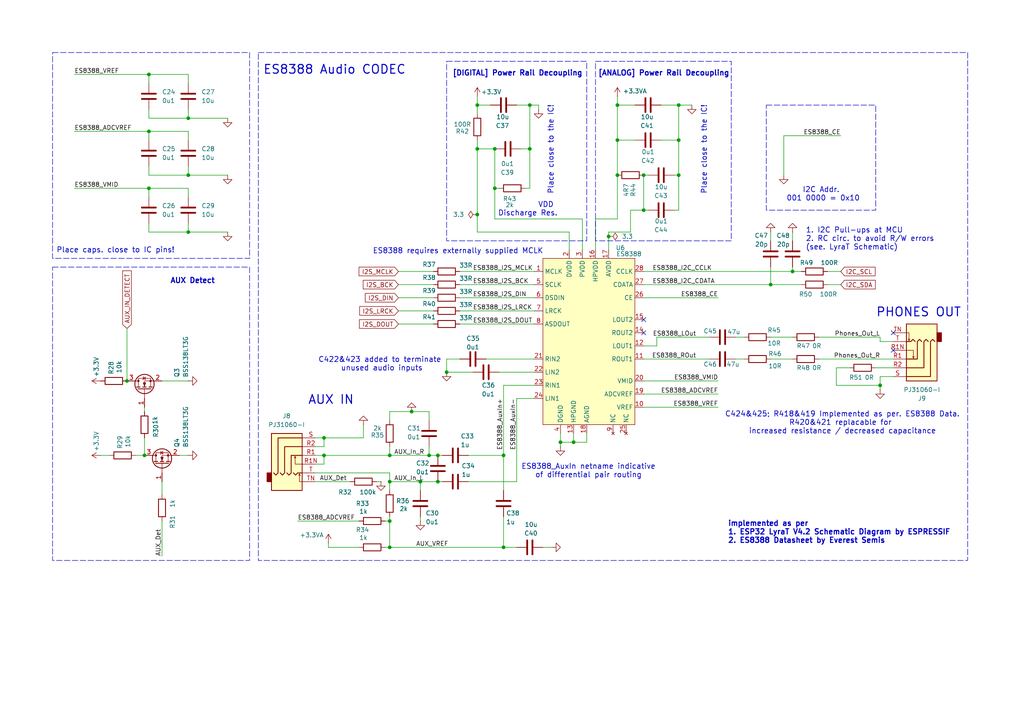
<source format=kicad_sch>
(kicad_sch (version 20231120) (generator "eeschema") (generator_version "8.0")
  (paper "A4")
  (title_block (title "BASM SOUNDCARD DEV V0") (rev "1") (company "BUCHAREST APPLIED STEAM MUSEUM") (comment 1 "Replaced TRS Audio Jack w. TRRS Jacks w. NC contacts") (comment 2 "Added an Aux-Insert circuit") (comment 3 "Connected unused CODEC inputs to GND via caps."))
  (lib_symbols
    (symbol "Connector_Audio:AudioJack4_SwitchTR1"
      (property "Reference" "J" (at 0 11.43 0))
      (property "Value" "AudioJack4_SwitchTR1" (at 0 8.89 0))
      (symbol "AudioJack4_SwitchTR1_0_1"
        (rectangle (start -7.62 -5.08) (end -8.89 -7.62) (stroke (width 0.254)) (fill (type outline)))
        (polyline (pts (xy 1.27 -5.08) (xy 2.54 -5.08)))
        (polyline (pts (xy 1.27 2.54) (xy 2.54 2.54)))
        (polyline (pts (xy 2.54 0) (xy 1.27 0)))
        (polyline (pts (xy 2.54 5.08) (xy 1.27 5.08)))
        (rectangle (start 1.27 6.35) (end -7.62 -10.16) (stroke (width 0.254)) (fill (type background)))
      )
      (symbol "AudioJack4_SwitchTR1_1_1"
        (polyline (pts (xy -0.762 -0.254) (xy -0.508 -0.762)))
        (polyline (pts (xy 0.508 -5.334) (xy 0.762 -5.842)))
        (polyline (pts (xy -1.27 -5.08) (xy -0.635 -5.715) (xy 0 -5.08) (xy 1.27 -5.08)) (stroke (width 0.254)))
        (polyline (pts (xy 2.54 -7.62) (xy 0.508 -7.62) (xy 0.508 -5.334) (xy 0.254 -5.842)))
        (polyline (pts (xy 2.54 -2.54) (xy -0.762 -2.54) (xy -0.762 -0.254) (xy -1.016 -0.762)))
        (polyline (pts (xy -3.175 -5.08) (xy -2.54 -5.715) (xy -1.905 -5.08) (xy -1.905 0) (xy 1.27 0)) (stroke (width 0.254)))
        (polyline (pts (xy 1.27 2.54) (xy -3.81 2.54) (xy -3.81 -5.08) (xy -4.445 -5.715) (xy -5.08 -5.08)) (stroke (width 0.254)))
        (polyline (pts (xy 1.27 5.08) (xy -5.715 5.08) (xy -5.715 -5.08) (xy -6.35 -5.715) (xy -6.985 -5.08)) (stroke (width 0.254)))
        (pin passive line (at 5.08 0 180) (length 2.54) (name "~") (number "R1"))
        (pin passive line (at 5.08 -2.54 180) (length 2.54) (name "~") (number "R1N"))
        (pin passive line (at 5.08 2.54 180) (length 2.54) (name "~") (number "R2"))
        (pin passive line (at 5.08 5.08 180) (length 2.54) (name "~") (number "S"))
        (pin passive line (at 5.08 -5.08 180) (length 2.54) (name "~") (number "T"))
        (pin passive line (at 5.08 -7.62 180) (length 2.54) (name "~") (number "TN"))
      )
    )
    (symbol "Device:C" (pin_numbers hide) (pin_names (offset 0.254))
      (property "Reference" "C" (at 0.635 2.54 0))
      (property "Value" "C" (at 0.635 -2.54 0))
      (symbol "C_0_1"
        (polyline (pts (xy -2.032 -0.762) (xy 2.032 -0.762)) (stroke (width 0.508)))
        (polyline (pts (xy -2.032 0.762) (xy 2.032 0.762)) (stroke (width 0.508)))
      )
      (symbol "C_1_1"
        (pin passive line (at 0 3.81 270) (length 2.794) (name "~") (number "1"))
        (pin passive line (at 0 -3.81 90) (length 2.794) (name "~") (number "2"))
      )
    )
    (symbol "Device:R" (pin_numbers hide) (pin_names (offset 0))
      (property "Reference" "R" (at 2.032 0 90))
      (property "Value" "R" (at 0 0 90))
      (symbol "R_0_1"
        (rectangle (start -1.016 -2.54) (end 1.016 2.54) (stroke (width 0.254)))
      )
      (symbol "R_1_1"
        (pin passive line (at 0 3.81 270) (length 1.27) (name "~") (number "1"))
        (pin passive line (at 0 -3.81 90) (length 1.27) (name "~") (number "2"))
      )
    )
    (symbol "Transistor_FET:DMN2075U" (pin_names hide)
      (property "Reference" "Q" (at 5.08 1.905 0))
      (property "Value" "DMN2075U" (at 5.08 0 0))
      (symbol "DMN2075U_0_1"
        (polyline (pts (xy 0.254 0) (xy -2.54 0)))
        (polyline (pts (xy 0.254 1.905) (xy 0.254 -1.905)) (stroke (width 0.254)))
        (polyline (pts (xy 0.762 -1.27) (xy 0.762 -2.286)) (stroke (width 0.254)))
        (polyline (pts (xy 0.762 0.508) (xy 0.762 -0.508)) (stroke (width 0.254)))
        (polyline (pts (xy 0.762 2.286) (xy 0.762 1.27)) (stroke (width 0.254)))
        (polyline (pts (xy 2.54 2.54) (xy 2.54 1.778)))
        (polyline (pts (xy 2.54 -2.54) (xy 2.54 0) (xy 0.762 0)))
        (polyline (pts (xy 0.762 -1.778) (xy 3.302 -1.778) (xy 3.302 1.778) (xy 0.762 1.778)))
        (polyline (pts (xy 1.016 0) (xy 2.032 0.381) (xy 2.032 -0.381) (xy 1.016 0)) (fill (type outline)))
        (polyline (pts (xy 2.794 0.508) (xy 2.921 0.381) (xy 3.683 0.381) (xy 3.81 0.254)))
        (polyline (pts (xy 3.302 0.381) (xy 2.921 -0.254) (xy 3.683 -0.254) (xy 3.302 0.381)))
        (circle (center 1.651 0) (radius 2.794) (stroke (width 0.254)))
        (circle (center 2.54 -1.778) (radius 0.254) (fill (type outline)))
        (circle (center 2.54 1.778) (radius 0.254) (fill (type outline)))
      )
      (symbol "DMN2075U_1_1"
        (pin input line (at -5.08 0 0) (length 2.54) (name "G") (number "1"))
        (pin passive line (at 2.54 -5.08 90) (length 2.54) (name "S") (number "2"))
        (pin passive line (at 2.54 5.08 270) (length 2.54) (name "D") (number "3"))
      )
    )
    (symbol "everestsemi:ES8388"
      (property "Reference" "U" (at 0 0 0))
      (symbol "ES8388_1_0"
        (pin input line (at 16.51 11.43 180) (length 2.54) (name "CE") (number "26"))
        (pin bidirectional line (at 16.51 15.24 180) (length 2.54) (name "CDATA") (number "27"))
        (pin input line (at 16.51 19.05 180) (length 2.54) (name "CCLK") (number "28"))
      )
      (symbol "ES8388_1_1"
        (rectangle (start -12.7 22.86) (end 13.97 -25.4) (fill (type background)))
        (pin input line (at -15.24 19.05 0) (length 2.54) (name "MCLK") (number "1"))
        (pin output line (at 16.51 -20.32 180) (length 2.54) (name "VREF") (number "10"))
        (pin output line (at 16.51 -6.35 180) (length 2.54) (name "ROUT1") (number "11"))
        (pin output line (at 16.51 -2.54 180) (length 2.54) (name "LOUT1") (number "12"))
        (pin power_in line (at -3.81 -27.94 90) (length 2.54) (name "HPGND") (number "13"))
        (pin output line (at 16.51 1.27 180) (length 2.54) (name "ROUT2") (number "14"))
        (pin output line (at 16.51 5.08 180) (length 2.54) (name "LOUT2") (number "15"))
        (pin power_in line (at 2.54 25.4 270) (length 2.54) (name "HPVDD") (number "16"))
        (pin power_in line (at 6.35 25.4 270) (length 2.54) (name "AVDD") (number "17"))
        (pin power_in line (at 0 -27.94 90) (length 2.54) (name "AGND") (number "18"))
        (pin output line (at 16.51 -16.51 180) (length 2.54) (name "ADCVREF") (number "19"))
        (pin power_in line (at -5.08 25.4 270) (length 2.54) (name "DVDD") (number "2"))
        (pin output line (at 16.51 -12.7 180) (length 2.54) (name "VMID") (number "20"))
        (pin input line (at -15.24 -6.35 0) (length 2.54) (name "RIN2") (number "21"))
        (pin input line (at -15.24 -10.16 0) (length 2.54) (name "LIN2") (number "22"))
        (pin input line (at -15.24 -13.97 0) (length 2.54) (name "RIN1") (number "23"))
        (pin input line (at -15.24 -17.78 0) (length 2.54) (name "LIN1") (number "24"))
        (pin no_connect line (at 11.43 -27.94 90) (length 2.54) (name "NC") (number "25"))
        (pin power_in line (at -1.27 25.4 270) (length 2.54) (name "PVDD") (number "3"))
        (pin power_in line (at -7.62 -27.94 90) (length 2.54) (name "DGND") (number "4"))
        (pin bidirectional line (at -15.24 15.24 0) (length 2.54) (name "SCLK") (number "5"))
        (pin input line (at -15.24 11.43 0) (length 2.54) (name "DSDIN") (number "6"))
        (pin bidirectional line (at -15.24 7.62 0) (length 2.54) (name "LRCK") (number "7"))
        (pin output line (at -15.24 3.81 0) (length 2.54) (name "ASDOUT") (number "8"))
        (pin no_connect line (at 7.62 -27.94 90) (length 2.54) (name "NC") (number "9"))
      )
    )
    (symbol "power:+3.3V" (power) (pin_numbers hide) (pin_names (offset 0) hide)
      (property "Value" "+3.3V" (at 0 3.556 0))
      (symbol "+3.3V_0_1"
        (polyline (pts (xy -0.762 1.27) (xy 0 2.54)))
        (polyline (pts (xy 0 0) (xy 0 2.54)))
        (polyline (pts (xy 0 2.54) (xy 0.762 1.27)))
      )
      (symbol "+3.3V_1_1"
        (pin power_in line (at 0 0 90) (length 0) (name "~") (number "1"))
      )
    )
    (symbol "power:+3.3VA" (power) (pin_numbers hide) (pin_names (offset 0) hide)
      (property "Value" "+3.3VA" (at 0 3.556 0))
      (symbol "+3.3VA_0_1"
        (polyline (pts (xy -0.762 1.27) (xy 0 2.54)))
        (polyline (pts (xy 0 0) (xy 0 2.54)))
        (polyline (pts (xy 0 2.54) (xy 0.762 1.27)))
      )
      (symbol "+3.3VA_1_1"
        (pin power_in line (at 0 0 90) (length 0) (name "~") (number "1"))
      )
    )
    (symbol "power:GND" (power) (pin_numbers hide) (pin_names (offset 0) hide)
      (property "Value" "GND" (at 0 -3.81 0))
      (symbol "GND_0_1"
        (polyline (pts (xy 0 0) (xy 0 -1.27) (xy 1.27 -1.27) (xy 0 -2.54) (xy -1.27 -1.27) (xy 0 -1.27)))
      )
      (symbol "GND_1_1"
        (pin power_in line (at 0 0 270) (length 0) (name "~") (number "1"))
      )
    )
    (symbol "power:PWR_FLAG" (power) (pin_numbers hide) (pin_names (offset 0) hide)
      (property "Value" "PWR_FLAG" (at 0 3.81 0))
      (symbol "PWR_FLAG_0_0"
        (pin power_out line (at 0 0 90) (length 0) (name "~") (number "1"))
      )
      (symbol "PWR_FLAG_0_1"
        (polyline (pts (xy 0 0) (xy 0 1.27) (xy -1.016 1.905) (xy 0 2.54) (xy 1.016 1.905) (xy 0 1.27)))
      )
    )
  )
  (junction (at 138.43 30.48))
  (junction (at 129.54 107.95))
  (junction (at 176.53 68.58))
  (junction (at 186.69 60.96))
  (junction (at 113.03 132.08))
  (junction (at 54.61 67.31))
  (junction (at 179.07 30.48))
  (junction (at 93.98 127))
  (junction (at 36.83 110.49))
  (junction (at 119.38 119.38))
  (junction (at 54.61 50.8))
  (junction (at 113.03 158.75))
  (junction (at 179.07 40.64))
  (junction (at 162.56 128.27))
  (junction (at 146.05 132.08))
  (junction (at 143.51 54.61))
  (junction (at 255.27 111.76))
  (junction (at 43.18 21.59))
  (junction (at 127 132.08))
  (junction (at 196.85 40.64))
  (junction (at 121.92 139.7))
  (junction (at 127 139.7))
  (junction (at 166.37 128.27))
  (junction (at 153.67 43.18))
  (junction (at 153.67 30.48))
  (junction (at 196.85 30.48))
  (junction (at 113.03 139.7))
  (junction (at 223.52 82.55))
  (junction (at 196.85 50.8))
  (junction (at 138.43 43.18))
  (junction (at 143.51 43.18))
  (junction (at 43.18 54.61))
  (junction (at 124.46 132.08))
  (junction (at 113.03 151.13))
  (junction (at 54.61 34.29))
  (junction (at 146.05 158.75))
  (junction (at 43.18 38.1))
  (junction (at 179.07 50.8))
  (junction (at 186.69 50.8))
  (junction (at 229.87 78.74))
  (junction (at 93.98 132.08))
  (junction (at 138.43 62.23))
  (junction (at 41.91 132.08))
  (no_connect (at 259.08 96.52))
  (no_connect (at 186.69 92.71))
  (no_connect (at 259.08 101.6))
  (no_connect (at 186.69 96.52))
  (wire (pts (xy 43.18 54.61) (xy 43.18 57.15)))
  (wire (pts (xy 129.54 104.14) (xy 129.54 107.95)))
  (wire (pts (xy 115.57 93.98) (xy 125.73 93.98)))
  (wire (pts (xy 153.67 30.48) (xy 153.67 43.18)))
  (wire (pts (xy 146.05 149.86) (xy 146.05 158.75)))
  (wire (pts (xy 186.69 60.96) (xy 186.69 50.8)))
  (wire (pts (xy 133.35 82.55) (xy 154.94 82.55)))
  (wire (pts (xy 113.03 129.54) (xy 113.03 132.08)))
  (wire (pts (xy 138.43 62.23) (xy 138.43 43.18)))
  (wire (pts (xy 227.33 39.37) (xy 227.33 50.8)))
  (wire (pts (xy 115.57 86.36) (xy 125.73 86.36)))
  (wire (pts (xy 43.18 50.8) (xy 54.61 50.8)))
  (wire (pts (xy 52.07 132.08) (xy 54.61 132.08)))
  (wire (pts (xy 146.05 132.08) (xy 146.05 142.24)))
  (wire (pts (xy 182.88 67.31) (xy 182.88 60.96)))
  (wire (pts (xy 124.46 132.08) (xy 127 132.08)))
  (wire (pts (xy 113.03 119.38) (xy 119.38 119.38)))
  (wire (pts (xy 86.36 151.13) (xy 104.14 151.13)))
  (wire (pts (xy 115.57 78.74) (xy 125.73 78.74)))
  (wire (pts (xy 91.44 134.62) (xy 93.98 134.62)))
  (wire (pts (xy 54.61 48.26) (xy 54.61 50.8)))
  (wire (pts (xy 255.27 111.76) (xy 255.27 109.22)))
  (wire (pts (xy 138.43 43.18) (xy 138.43 40.64)))
  (wire (pts (xy 43.18 64.77) (xy 43.18 67.31)))
  (wire (pts (xy 170.18 128.27) (xy 166.37 128.27)))
  (wire (pts (xy 168.91 72.39) (xy 168.91 63.5)))
  (wire (pts (xy 143.51 54.61) (xy 144.78 54.61)))
  (wire (pts (xy 39.37 132.08) (xy 41.91 132.08)))
  (wire (pts (xy 115.57 90.17) (xy 125.73 90.17)))
  (wire (pts (xy 223.52 77.47) (xy 223.52 82.55)))
  (wire (pts (xy 227.33 39.37) (xy 243.84 39.37)))
  (wire (pts (xy 91.44 129.54) (xy 93.98 129.54)))
  (wire (pts (xy 186.69 60.96) (xy 187.96 60.96)))
  (wire (pts (xy 111.76 158.75) (xy 113.03 158.75)))
  (wire (pts (xy 133.35 93.98) (xy 154.94 93.98)))
  (wire (pts (xy 54.61 64.77) (xy 54.61 67.31)))
  (wire (pts (xy 149.86 115.57) (xy 149.86 139.7)))
  (wire (pts (xy 190.5 97.79) (xy 190.5 100.33)))
  (wire (pts (xy 43.18 21.59) (xy 43.18 24.13)))
  (wire (pts (xy 254 106.68) (xy 259.08 106.68)))
  (wire (pts (xy 242.57 111.76) (xy 255.27 111.76)))
  (wire (pts (xy 135.89 132.08) (xy 146.05 132.08)))
  (wire (pts (xy 243.84 82.55) (xy 240.03 82.55)))
  (wire (pts (xy 165.1 72.39) (xy 165.1 67.31)))
  (wire (pts (xy 119.38 119.38) (xy 124.46 119.38)))
  (wire (pts (xy 113.03 137.16) (xy 113.03 139.7)))
  (wire (pts (xy 124.46 129.54) (xy 124.46 132.08)))
  (wire (pts (xy 153.67 30.48) (xy 156.21 30.48)))
  (wire (pts (xy 144.78 107.95) (xy 154.94 107.95)))
  (wire (pts (xy 91.44 127) (xy 93.98 127)))
  (wire (pts (xy 95.25 158.75) (xy 104.14 158.75)))
  (wire (pts (xy 43.18 48.26) (xy 43.18 50.8)))
  (wire (pts (xy 195.58 60.96) (xy 196.85 60.96)))
  (wire (pts (xy 186.69 114.3) (xy 208.28 114.3)))
  (wire (pts (xy 43.18 21.59) (xy 21.59 21.59)))
  (wire (pts (xy 152.4 54.61) (xy 153.67 54.61)))
  (wire (pts (xy 41.91 118.11) (xy 41.91 119.38)))
  (wire (pts (xy 43.18 38.1) (xy 43.18 40.64)))
  (wire (pts (xy 196.85 50.8) (xy 196.85 40.64)))
  (wire (pts (xy 237.49 97.79) (xy 255.27 97.79)))
  (wire (pts (xy 110.49 139.7) (xy 109.22 139.7)))
  (wire (pts (xy 255.27 113.03) (xy 255.27 111.76)))
  (wire (pts (xy 133.35 78.74) (xy 154.94 78.74)))
  (wire (pts (xy 146.05 111.76) (xy 154.94 111.76)))
  (wire (pts (xy 232.41 78.74) (xy 229.87 78.74)))
  (wire (pts (xy 113.03 132.08) (xy 124.46 132.08)))
  (wire (pts (xy 54.61 50.8) (xy 66.04 50.8)))
  (wire (pts (xy 186.69 118.11) (xy 208.28 118.11)))
  (wire (pts (xy 191.77 40.64) (xy 196.85 40.64)))
  (wire (pts (xy 113.03 151.13) (xy 113.03 158.75)))
  (wire (pts (xy 186.69 78.74) (xy 229.87 78.74)))
  (wire (pts (xy 232.41 82.55) (xy 223.52 82.55)))
  (wire (pts (xy 229.87 67.31) (xy 229.87 69.85)))
  (wire (pts (xy 229.87 77.47) (xy 229.87 78.74)))
  (wire (pts (xy 186.69 104.14) (xy 205.74 104.14)))
  (wire (pts (xy 190.5 97.79) (xy 205.74 97.79)))
  (wire (pts (xy 43.18 67.31) (xy 54.61 67.31)))
  (wire (pts (xy 255.27 99.06) (xy 259.08 99.06)))
  (wire (pts (xy 186.69 110.49) (xy 208.28 110.49)))
  (wire (pts (xy 113.03 121.92) (xy 113.03 119.38)))
  (wire (pts (xy 195.58 50.8) (xy 196.85 50.8)))
  (wire (pts (xy 146.05 158.75) (xy 113.03 158.75)))
  (wire (pts (xy 54.61 110.49) (xy 46.99 110.49)))
  (wire (pts (xy 149.86 139.7) (xy 135.89 139.7)))
  (wire (pts (xy 133.35 86.36) (xy 154.94 86.36)))
  (wire (pts (xy 54.61 24.13) (xy 54.61 21.59)))
  (wire (pts (xy 179.07 40.64) (xy 179.07 30.48)))
  (wire (pts (xy 46.99 143.51) (xy 46.99 139.7)))
  (wire (pts (xy 115.57 82.55) (xy 125.73 82.55)))
  (wire (pts (xy 140.97 104.14) (xy 154.94 104.14)))
  (wire (pts (xy 166.37 125.73) (xy 166.37 128.27)))
  (wire (pts (xy 213.36 104.14) (xy 215.9 104.14)))
  (wire (pts (xy 138.43 33.02) (xy 138.43 30.48)))
  (wire (pts (xy 29.21 132.08) (xy 31.75 132.08)))
  (wire (pts (xy 172.72 63.5) (xy 179.07 63.5)))
  (wire (pts (xy 172.72 63.5) (xy 172.72 72.39)))
  (wire (pts (xy 129.54 104.14) (xy 133.35 104.14)))
  (wire (pts (xy 113.03 149.86) (xy 113.03 151.13)))
  (wire (pts (xy 54.61 67.31) (xy 66.04 67.31)))
  (wire (pts (xy 146.05 111.76) (xy 146.05 132.08)))
  (wire (pts (xy 36.83 95.25) (xy 36.83 110.49)))
  (wire (pts (xy 143.51 54.61) (xy 143.51 43.18)))
  (wire (pts (xy 43.18 31.75) (xy 43.18 34.29)))
  (wire (pts (xy 196.85 40.64) (xy 196.85 30.48)))
  (wire (pts (xy 156.21 30.48) (xy 156.21 31.75)))
  (wire (pts (xy 168.91 63.5) (xy 143.51 63.5)))
  (wire (pts (xy 105.41 127) (xy 105.41 123.19)))
  (wire (pts (xy 149.86 158.75) (xy 146.05 158.75)))
  (wire (pts (xy 153.67 43.18) (xy 151.13 43.18)))
  (wire (pts (xy 223.52 104.14) (xy 229.87 104.14)))
  (wire (pts (xy 179.07 50.8) (xy 179.07 40.64)))
  (wire (pts (xy 113.03 151.13) (xy 111.76 151.13)))
  (wire (pts (xy 186.69 82.55) (xy 223.52 82.55)))
  (wire (pts (xy 153.67 54.61) (xy 153.67 43.18)))
  (wire (pts (xy 138.43 67.31) (xy 138.43 62.23)))
  (wire (pts (xy 121.92 139.7) (xy 127 139.7)))
  (wire (pts (xy 162.56 128.27) (xy 162.56 129.54)))
  (wire (pts (xy 91.44 137.16) (xy 113.03 137.16)))
  (wire (pts (xy 54.61 40.64) (xy 54.61 38.1)))
  (wire (pts (xy 196.85 60.96) (xy 196.85 50.8)))
  (wire (pts (xy 223.52 69.85) (xy 223.52 67.31)))
  (wire (pts (xy 129.54 107.95) (xy 137.16 107.95)))
  (wire (pts (xy 54.61 57.15) (xy 54.61 54.61)))
  (wire (pts (xy 191.77 30.48) (xy 196.85 30.48)))
  (wire (pts (xy 54.61 38.1) (xy 43.18 38.1)))
  (wire (pts (xy 242.57 106.68) (xy 242.57 111.76)))
  (wire (pts (xy 213.36 97.79) (xy 215.9 97.79)))
  (wire (pts (xy 182.88 60.96) (xy 186.69 60.96)))
  (wire (pts (xy 243.84 78.74) (xy 240.03 78.74)))
  (wire (pts (xy 93.98 127) (xy 105.41 127)))
  (wire (pts (xy 121.92 149.86) (xy 121.92 151.13)))
  (wire (pts (xy 166.37 128.27) (xy 162.56 128.27)))
  (wire (pts (xy 246.38 106.68) (xy 242.57 106.68)))
  (wire (pts (xy 54.61 34.29) (xy 66.04 34.29)))
  (wire (pts (xy 179.07 63.5) (xy 179.07 50.8)))
  (wire (pts (xy 179.07 27.94) (xy 179.07 30.48)))
  (wire (pts (xy 179.07 40.64) (xy 184.15 40.64)))
  (wire (pts (xy 255.27 97.79) (xy 255.27 99.06)))
  (wire (pts (xy 138.43 43.18) (xy 143.51 43.18)))
  (wire (pts (xy 223.52 97.79) (xy 229.87 97.79)))
  (wire (pts (xy 186.69 50.8) (xy 187.96 50.8)))
  (wire (pts (xy 162.56 125.73) (xy 162.56 128.27)))
  (wire (pts (xy 176.53 72.39) (xy 176.53 68.58)))
  (wire (pts (xy 43.18 34.29) (xy 54.61 34.29)))
  (wire (pts (xy 93.98 132.08) (xy 113.03 132.08)))
  (wire (pts (xy 113.03 142.24) (xy 113.03 139.7)))
  (wire (pts (xy 127 132.08) (xy 128.27 132.08)))
  (wire (pts (xy 91.44 132.08) (xy 93.98 132.08)))
  (wire (pts (xy 186.69 86.36) (xy 208.28 86.36)))
  (wire (pts (xy 138.43 30.48) (xy 142.24 30.48)))
  (wire (pts (xy 170.18 125.73) (xy 170.18 128.27)))
  (wire (pts (xy 196.85 30.48) (xy 200.66 30.48)))
  (wire (pts (xy 54.61 31.75) (xy 54.61 34.29)))
  (wire (pts (xy 149.86 30.48) (xy 153.67 30.48)))
  (wire (pts (xy 95.25 157.48) (xy 95.25 158.75)))
  (wire (pts (xy 190.5 100.33) (xy 186.69 100.33)))
  (wire (pts (xy 128.27 139.7) (xy 127 139.7)))
  (wire (pts (xy 91.44 139.7) (xy 101.6 139.7)))
  (wire (pts (xy 165.1 67.31) (xy 138.43 67.31)))
  (wire (pts (xy 93.98 127) (xy 93.98 129.54)))
  (wire (pts (xy 179.07 30.48) (xy 184.15 30.48)))
  (wire (pts (xy 255.27 109.22) (xy 259.08 109.22)))
  (wire (pts (xy 46.99 161.29) (xy 46.99 151.13)))
  (wire (pts (xy 138.43 27.94) (xy 138.43 30.48)))
  (wire (pts (xy 54.61 54.61) (xy 43.18 54.61)))
  (wire (pts (xy 176.53 67.31) (xy 182.88 67.31)))
  (wire (pts (xy 237.49 104.14) (xy 259.08 104.14)))
  (wire (pts (xy 41.91 132.08) (xy 41.91 127)))
  (wire (pts (xy 133.35 90.17) (xy 154.94 90.17)))
  (wire (pts (xy 143.51 63.5) (xy 143.51 54.61)))
  (wire (pts (xy 43.18 38.1) (xy 21.59 38.1)))
  (wire (pts (xy 124.46 119.38) (xy 124.46 121.92)))
  (wire (pts (xy 43.18 54.61) (xy 21.59 54.61)))
  (wire (pts (xy 157.48 158.75) (xy 160.02 158.75)))
  (wire (pts (xy 176.53 68.58) (xy 176.53 67.31)))
  (wire (pts (xy 149.86 115.57) (xy 154.94 115.57)))
  (wire (pts (xy 54.61 21.59) (xy 43.18 21.59)))
  (wire (pts (xy 93.98 132.08) (xy 93.98 134.62)))
  (wire (pts (xy 121.92 139.7) (xy 121.92 142.24)))
  (wire (pts (xy 113.03 139.7) (xy 121.92 139.7)))
  (rectangle (start 74.93 15.24) (end 280.67 162.56) (stroke (width 0) (type dash)))
  (rectangle (start 15.24 77.47) (end 72.39 162.56) (stroke (width 0) (type dash)))
  (rectangle (start 129.54 17.78) (end 170.18 69.85) (stroke (width 0) (type dash)))
  (rectangle (start 172.72 17.78) (end 212.09 69.85) (stroke (width 0) (type dash)))
  (rectangle (start 222.25 30.48) (end 254 60.96) (stroke (width 0) (type dash)))
  (rectangle (start 15.24 15.24) (end 72.39 74.93) (stroke (width 0) (type dash)))
  (text "1. I2C Pull-ups at MCU\n2. RC circ. to avoid R/W errors \n(see. LyraT Schematic)\n" (at 233.68 69.342 0) (effects (font (size 1.524 1.524) (thickness 0.1905)) (justify left)))
  (text "ES8388 Audio CODEC" (at 97.028 20.32 0) (effects (font (size 2.54 2.54) (thickness 0.3048) (bold yes))))
  (text "ES8388 requires externally supplied MCLK" (at 132.842 72.898 0) (effects (font (size 1.524 1.524) (thickness 0.1905))))
  (text "Place caps. close to IC pins!" (at 33.528 72.644 0) (effects (font (size 1.524 1.524) (thickness 0.1905))))
  (text "Place close to the IC!" (at 204.216 43.434 90) (effects (font (size 1.524 1.524) (thickness 0.1905))))
  (text "ES8388_AuxIn netname indicative\nof differential pair routing" (at 170.688 136.652 0) (effects (font (size 1.524 1.524) (thickness 0.1905))))
  (text "[ANALOG] Power Rail Decoupling" (at 192.532 21.336 0) (effects (font (size 1.524 1.524) (thickness 0.3048) (bold yes))))
  (text "[DIGITAL] Power Rail Decoupling" (at 150.114 21.336 0) (effects (font (size 1.524 1.524) (thickness 0.3048) (bold yes))))
  (text "PHONES OUT" (at 266.446 90.678 0) (effects (font (size 2.54 2.54) (thickness 0.3048) (bold yes))))
  (text "AUX IN" (at 96.012 116.078 0) (effects (font (size 2.54 2.54) (thickness 0.3048) (bold yes))))
  (text "C422&423 added to terminate \nunused audio inputs" (at 110.744 105.664 0) (effects (font (size 1.524 1.524) (thickness 0.1905))))
  (text "implemented as per \n1. ESP32 LyraT V4.2 Schematic Diagram by ESPRESSIF\n2. ES8388 Datasheet by Everest Semis" (at 211.074 154.432 0) (effects (font (size 1.524 1.524) (thickness 0.3048) (bold yes)) (justify left)))
  (text "AUX Detect" (at 55.88 81.534 0) (effects (font (size 1.524 1.524) (thickness 0.3048) (bold yes))))
  (text "VDD \nDischarge Res." (at 161.798 60.706 0) (effects (font (size 1.524 1.524) (thickness 0.1905)) (justify right)))
  (text "C424&425; R418&419 Implemented as per. ES8388 Data.\nR420&421 replacable for \nincreased resistance / decreased capacitance" (at 244.348 122.682 0) (effects (font (size 1.524 1.524) (thickness 0.1905))))
  (text "Place close to the IC!" (at 159.766 43.434 90) (effects (font (size 1.524 1.524) (thickness 0.1905))))
  (text "I2C Addr. \n001 0000 = 0x10" (at 238.76 56.388 0) (effects (font (size 1.524 1.524) (thickness 0.1905))))
  (label "ES8388_I2S_LRCK" (at 137.16 90.17 0))
  (label "Phones_Out_L" (at 255.27 97.79 180))
  (label "ES8388_AuxIn+" (at 146.05 115.57 270))
  (label "ES8388_ADCVREF" (at 21.59 38.1 0))
  (label "ES8388_CE" (at 243.84 39.37 180))
  (label "ES8388_ADCVREF" (at 208.28 114.3 180))
  (label "ES8388_I2C_CCLK" (at 189.23 78.74 0))
  (label "Phones_Out_R" (at 255.27 104.14 180))
  (label "ES8388_VREF" (at 21.59 21.59 0))
  (label "ES8388_I2S_DOUT" (at 137.16 93.98 0))
  (label "ES8388_AuxIn-" (at 149.86 115.57 270))
  (label "ES8388_VMID" (at 208.28 110.49 180))
  (label "AUX_In_L" (at 114.3 139.7 0))
  (label "ES8388_ROut" (at 201.93 104.14 180))
  (label "AUX_Det" (at 46.99 161.29 90))
  (label "ES8388_CE" (at 208.28 86.36 180))
  (label "AUX_VREF" (at 120.65 158.75 0))
  (label "AUX_Det" (at 92.71 139.7 0))
  (label "ES8388_ADCVREF" (at 86.36 151.13 0))
  (label "AUX_In_R" (at 114.3 132.08 0))
  (label "ES8388_I2S_BCK" (at 137.16 82.55 0))
  (label "ES8388_VMID" (at 21.59 54.61 0))
  (label "ES8388_I2S_MCLK" (at 137.16 78.74 0))
  (label "ES8388_LOut" (at 201.93 97.79 180))
  (label "ES8388_I2C_CDATA" (at 189.23 82.55 0))
  (label "ES8388_VREF" (at 208.28 118.11 180))
  (label "ES8388_I2S_DIN" (at 137.16 86.36 0))
  (global_label "AUX_IN_DETECT" (shape input) (at 36.83 95.25 90) (property "Intersheetrefs" "${INTERSHEET_REFS}" (effects (hide yes))))
  (global_label "I2S_MCLK" (shape input) (at 115.57 78.74 180) (property "Intersheetrefs" "${INTERSHEET_REFS}" (effects (hide yes))))
  (global_label "I2C_SCL" (shape input) (at 243.84 78.74 0) (property "Intersheetrefs" "${INTERSHEET_REFS}" (effects (hide yes))))
  (global_label "I2C_SDA" (shape input) (at 243.84 82.55 0) (property "Intersheetrefs" "${INTERSHEET_REFS}" (effects (hide yes))))
  (global_label "I2S_DIN" (shape input) (at 115.57 86.36 180) (property "Intersheetrefs" "${INTERSHEET_REFS}" (effects (hide yes))))
  (global_label "I2S_DOUT" (shape input) (at 115.57 93.98 180) (property "Intersheetrefs" "${INTERSHEET_REFS}" (effects (hide yes))))
  (global_label "I2S_BCK" (shape input) (at 115.57 82.55 180) (property "Intersheetrefs" "${INTERSHEET_REFS}" (effects (hide yes))))
  (global_label "I2S_LRCK" (shape input) (at 115.57 90.17 180) (property "Intersheetrefs" "${INTERSHEET_REFS}" (effects (hide yes))))
  (symbol (lib_id "Device:C") (at 127 135.89 0) (unit 1)
    (property "Reference" "C32" (at 120.65 134.366 0) (effects (justify left)))
    (property "Value" "0u1" (at 120.65 136.906 0) (effects (justify left)))
    (property "Footprint" "Capacitor_SMD:C_0402_1005Metric" (effects (hide yes)))
    (property "Description" "Unpolarized capacitor" (effects (hide yes)))
  )
  (symbol (lib_id "Device:C") (at 54.61 44.45 0) (unit 1)
    (property "Reference" "C28" (at 58.42 43.1799 0) (effects (justify left)))
    (property "Value" "10u" (at 58.42 45.7199 0) (effects (justify left)))
    (property "Footprint" "Capacitor_SMD:C_0603_1608Metric" (effects (hide yes)))
    (property "Description" "Unpolarized capacitor" (effects (hide yes)))
  )
  (symbol (lib_id "power:+3.3V") (at 138.43 27.94 0) (unit 1)
    (property "Reference" "#PWR087" (effects (hide yes)))
    (property "Value" "+3.3V" (at 142.494 26.67 0))
    (property "Description" "Power symbol creates a global label with name \"+3.3V\"" (effects (hide yes)))
  )
  (symbol (lib_id "Device:R") (at 129.54 78.74 90) (unit 1)
    (property "Reference" "R37" (at 124.46 76.708 90))
    (property "Value" "33R" (at 135.128 76.962 90))
    (property "Footprint" "Resistor_SMD:R_0402_1005Metric" (effects (hide yes)))
    (property "Description" "Resistor" (effects (hide yes)))
  )
  (symbol (lib_id "Device:C") (at 124.46 125.73 0) (unit 1)
    (property "Reference" "C31" (at 118.11 124.206 0) (effects (justify left)))
    (property "Value" "0u1" (at 118.11 126.746 0) (effects (justify left)))
    (property "Footprint" "Capacitor_SMD:C_0402_1005Metric" (effects (hide yes)))
    (property "Description" "Unpolarized capacitor" (effects (hide yes)))
  )
  (symbol (lib_id "Device:C") (at 146.05 30.48 90) (unit 1)
    (property "Reference" "C37" (at 147.701 36.449 90) (effects (justify left)))
    (property "Value" "10u" (at 147.701 33.909 90) (effects (justify left)))
    (property "Footprint" "Capacitor_SMD:C_0603_1608Metric" (effects (hide yes)))
    (property "Description" "Unpolarized capacitor" (effects (hide yes)))
  )
  (symbol (lib_id "Device:R") (at 129.54 93.98 90) (unit 1)
    (property "Reference" "R41" (at 124.46 91.948 90))
    (property "Value" "33R" (at 135.128 92.202 90))
    (property "Footprint" "Resistor_SMD:R_0402_1005Metric" (effects (hide yes)))
    (property "Description" "Resistor" (effects (hide yes)))
  )
  (symbol (lib_id "Device:C") (at 132.08 139.7 270) (unit 1)
    (property "Reference" "C34" (at 133.858 135.128 90) (effects (justify left)))
    (property "Value" "1u" (at 133.858 137.668 90) (effects (justify left)))
    (property "Footprint" "Capacitor_SMD:C_0402_1005Metric" (effects (hide yes)))
    (property "Description" "Unpolarized capacitor" (effects (hide yes)))
  )
  (symbol (lib_id "Connector_Audio:AudioJack4_SwitchTR1") (at 86.36 132.08 0) (unit 1)
    (property "Reference" "J8" (at 83.1215 120.65 0))
    (property "Value" "PJ31060-I" (at 83.1215 123.19 0))
    (property "Footprint" "Connector_Audio:Jack_3.5mm_PJ31060-I_Horizontal" (effects (hide yes)))
    (property "Description" "Audio Jack, 4 Poles (Stereo / TRRS), Switched TR1 Poles (Normalling)" (effects (hide yes)))
  )
  (symbol (lib_id "Device:C") (at 209.55 97.79 270) (unit 1)
    (property "Reference" "C45" (at 205.994 96.012 90))
    (property "Value" "47u" (at 212.852 96.266 90))
    (property "Footprint" "Capacitor_SMD:C_0603_1608Metric" (effects (hide yes)))
    (property "Description" "Unpolarized capacitor" (effects (hide yes)))
  )
  (symbol (lib_id "Device:C") (at 209.55 104.14 270) (unit 1)
    (property "Reference" "C46" (at 205.994 105.664 90))
    (property "Value" "47u" (at 212.598 105.664 90))
    (property "Footprint" "Capacitor_SMD:C_0603_1608Metric" (effects (hide yes)))
    (property "Description" "Unpolarized capacitor" (effects (hide yes)))
  )
  (symbol (lib_id "Device:R") (at 250.19 106.68 90) (unit 1)
    (property "Reference" "R51" (at 250.19 109.474 90) (effects (justify left)))
    (property "Value" "0R" (at 253.492 109.474 90) (effects (justify left)))
    (property "Footprint" "Resistor_SMD:R_0603_1608Metric" (effects (hide yes)))
    (property "Description" "Resistor" (effects (hide yes)))
  )
  (symbol (lib_id "Device:R") (at 148.59 54.61 270) (unit 1)
    (property "Reference" "R43" (at 147.828 57.658 90))
    (property "Value" "2k" (at 147.828 59.436 90))
    (property "Footprint" "Resistor_SMD:R_0402_1005Metric" (effects (hide yes)))
    (property "Description" "Resistor" (effects (hide yes)))
  )
  (symbol (lib_id "Device:R") (at 105.41 139.7 270) (unit 1)
    (property "Reference" "R32" (at 100.076 142.748 90))
    (property "Value" "100k" (at 106.68 142.748 90))
    (property "Footprint" "Resistor_SMD:R_0402_1005Metric" (effects (hide yes)))
    (property "Description" "Resistor" (effects (hide yes)))
  )
  (symbol (lib_id "Device:R") (at 33.02 110.49 90) (unit 1)
    (property "Reference" "R28" (at 32.258 106.68 0))
    (property "Value" "10k" (at 34.544 106.426 0))
    (property "Footprint" "Resistor_SMD:R_0402_1005Metric" (effects (hide yes)))
    (property "Description" "Resistor" (effects (hide yes)))
  )
  (symbol (lib_id "Device:R") (at 113.03 146.05 0) (unit 1)
    (property "Reference" "R36" (at 116.84 145.288 0))
    (property "Value" "2k" (at 117.094 147.574 0))
    (property "Footprint" "Resistor_SMD:R_0402_1005Metric" (effects (hide yes)))
    (property "Description" "Resistor" (effects (hide yes)))
  )
  (symbol (lib_id "Device:R") (at 138.43 36.83 180) (unit 1)
    (property "Reference" "R42" (at 134.112 38.1 0))
    (property "Value" "100R" (at 134.112 36.068 0))
    (property "Footprint" "Resistor_SMD:R_0402_1005Metric" (effects (hide yes)))
    (property "Description" "Resistor" (effects (hide yes)))
  )
  (symbol (lib_id "Device:C") (at 54.61 60.96 0) (unit 1)
    (property "Reference" "C29" (at 58.42 59.6899 0) (effects (justify left)))
    (property "Value" "10u" (at 58.42 62.2299 0) (effects (justify left)))
    (property "Footprint" "Capacitor_SMD:C_0603_1608Metric" (effects (hide yes)))
    (property "Description" "Unpolarized capacitor" (effects (hide yes)))
  )
  (symbol (lib_id "power:GND") (at 223.52 67.31 180) (unit 1)
    (property "Reference" "#PWR093" (effects (hide yes)))
    (property "Value" "GND" (effects (hide yes)))
    (property "Description" "Power symbol creates a global label with name \"GND\" , ground" (effects (hide yes)))
  )
  (symbol (lib_id "power:GND") (at 129.54 107.95 0) (mirror y) (unit 1)
    (property "Reference" "#PWR086" (effects (hide yes)))
    (property "Value" "GND" (effects (hide yes)))
    (property "Description" "Power symbol creates a global label with name \"GND\" , ground" (effects (hide yes)))
  )
  (symbol (lib_id "power:GND") (at 121.92 151.13 0) (mirror y) (unit 1)
    (property "Reference" "#PWR085" (effects (hide yes)))
    (property "Value" "GND" (effects (hide yes)))
    (property "Description" "Power symbol creates a global label with name \"GND\" , ground" (effects (hide yes)))
  )
  (symbol (lib_id "Device:C") (at 229.87 73.66 0) (mirror y) (unit 1)
    (property "Reference" "C48" (at 229.108 68.326 0) (effects (justify left)))
    (property "Value" "20p" (at 229.108 70.866 0) (effects (justify left)))
    (property "Footprint" "Capacitor_SMD:C_0402_1005Metric" (effects (hide yes)))
    (property "Description" "Unpolarized capacitor" (effects (hide yes)))
  )
  (symbol (lib_id "Device:R") (at 46.99 147.32 0) (unit 1)
    (property "Reference" "R31" (at 50.038 151.384 90))
    (property "Value" "1k" (at 50.038 146.05 90))
    (property "Footprint" "Resistor_SMD:R_0402_1005Metric" (effects (hide yes)))
    (property "Description" "Resistor" (effects (hide yes)))
  )
  (symbol (lib_id "Device:C") (at 43.18 60.96 0) (unit 1)
    (property "Reference" "C26" (at 46.99 59.6899 0) (effects (justify left)))
    (property "Value" "0u1" (at 46.99 62.2299 0) (effects (justify left)))
    (property "Footprint" "Capacitor_SMD:C_0402_1005Metric" (effects (hide yes)))
    (property "Description" "Unpolarized capacitor" (effects (hide yes)))
  )
  (symbol (lib_id "everestsemi:ES8388") (at 170.18 97.79 0) (unit 1)
    (property "Reference" "U6" (at 178.562 71.882 0) (effects (justify left)))
    (property "Value" "ES8388" (at 178.7241 73.66 0) (effects (justify left)))
    (property "Footprint" "Package_DFN_QFN:QFN-28-1EP_4x4mm_P0.4mm_EP2.6x2.6mm" (effects (hide yes)))
    (property "Datasheet" "http://www.everest-semi.com/pdf/ES8388%20DS.pdf" (effects (hide yes)))
  )
  (symbol (lib_id "power:PWR_FLAG") (at 176.53 68.58 270) (unit 1)
    (property "Reference" "#FLG05" (effects (hide yes)))
    (property "Value" "3.3" (at 180.34 68.5799 90) (effects (justify left)))
    (property "Description" "Special symbol for telling ERC where power comes from" (effects (hide yes)))
  )
  (symbol (lib_id "Device:R") (at 129.54 90.17 90) (unit 1)
    (property "Reference" "R40" (at 124.46 88.138 90))
    (property "Value" "33R" (at 135.128 88.392 90))
    (property "Footprint" "Resistor_SMD:R_0402_1005Metric" (effects (hide yes)))
    (property "Description" "Resistor" (effects (hide yes)))
  )
  (symbol (lib_id "Device:C") (at 187.96 40.64 90) (unit 1)
    (property "Reference" "C42" (at 189.865 46.609 90) (effects (justify left)))
    (property "Value" "0u1" (at 189.865 44.069 90) (effects (justify left)))
    (property "Footprint" "Capacitor_SMD:C_0402_1005Metric" (effects (hide yes)))
    (property "Description" "Unpolarized capacitor" (effects (hide yes)))
  )
  (symbol (lib_id "Device:C") (at 191.77 60.96 90) (unit 1)
    (property "Reference" "C44" (at 193.675 66.675 90) (effects (justify left)))
    (property "Value" "0u1" (at 193.675 64.135 90) (effects (justify left)))
    (property "Footprint" "Capacitor_SMD:C_0402_1005Metric" (effects (hide yes)))
    (property "Description" "Unpolarized capacitor" (effects (hide yes)))
  )
  (symbol (lib_id "Device:R") (at 129.54 86.36 90) (unit 1)
    (property "Reference" "R39" (at 124.46 84.328 90))
    (property "Value" "33R" (at 135.128 84.582 90))
    (property "Footprint" "Resistor_SMD:R_0402_1005Metric" (effects (hide yes)))
    (property "Description" "Resistor" (effects (hide yes)))
  )
  (symbol (lib_id "power:GND") (at 160.02 158.75 90) (mirror x) (unit 1)
    (property "Reference" "#PWR089" (effects (hide yes)))
    (property "Value" "GND" (effects (hide yes)))
    (property "Description" "Power symbol creates a global label with name \"GND\" , ground" (effects (hide yes)))
  )
  (symbol (lib_id "Device:R") (at 219.71 97.79 270) (unit 1)
    (property "Reference" "R45" (at 224.536 95.758 90))
    (property "Value" "10R" (at 224.536 99.568 90))
    (property "Footprint" "Resistor_SMD:R_0603_1608Metric" (effects (hide yes)))
    (property "Description" "Resistor" (effects (hide yes)))
  )
  (symbol (lib_id "Device:C") (at 132.08 132.08 270) (unit 1)
    (property "Reference" "C33" (at 133.604 126.492 90) (effects (justify left)))
    (property "Value" "1u" (at 133.604 129.032 90) (effects (justify left)))
    (property "Footprint" "Capacitor_SMD:C_0402_1005Metric" (effects (hide yes)))
    (property "Description" "Unpolarized capacitor" (effects (hide yes)))
  )
  (symbol (lib_id "power:GND") (at 200.66 30.48 0) (unit 1)
    (property "Reference" "#PWR092" (effects (hide yes)))
    (property "Value" "GND" (effects (hide yes)))
    (property "Description" "Power symbol creates a global label with name \"GND\" , ground" (effects (hide yes)))
  )
  (symbol (lib_id "power:GND") (at 110.49 139.7 0) (mirror y) (unit 1)
    (property "Reference" "#PWR083" (effects (hide yes)))
    (property "Value" "GND" (effects (hide yes)))
    (property "Description" "Power symbol creates a global label with name \"GND\" , ground" (effects (hide yes)))
  )
  (symbol (lib_id "Device:C") (at 121.92 146.05 0) (unit 1)
    (property "Reference" "C30" (at 123.444 148.844 0) (effects (justify left)))
    (property "Value" "0u1" (at 123.444 151.384 0) (effects (justify left)))
    (property "Footprint" "Capacitor_SMD:C_0402_1005Metric" (effects (hide yes)))
    (property "Description" "Unpolarized capacitor" (effects (hide yes)))
  )
  (symbol (lib_id "power:GND") (at 119.38 119.38 0) (mirror x) (unit 1)
    (property "Reference" "#PWR084" (effects (hide yes)))
    (property "Value" "GND" (effects (hide yes)))
    (property "Description" "Power symbol creates a global label with name \"GND\" , ground" (effects (hide yes)))
  )
  (symbol (lib_id "power:GND") (at 227.33 50.8 0) (mirror y) (unit 1)
    (property "Reference" "#PWR094" (effects (hide yes)))
    (property "Value" "GND" (effects (hide yes)))
    (property "Description" "Power symbol creates a global label with name \"GND\" , ground" (effects (hide yes)))
  )
  (symbol (lib_id "power:PWR_FLAG") (at 138.43 62.23 90) (unit 1)
    (property "Reference" "#FLG04" (effects (hide yes)))
    (property "Value" "3.3" (at 134.62 62.2299 90) (effects (justify left)))
    (property "Description" "Special symbol for telling ERC where power comes from" (effects (hide yes)))
  )
  (symbol (lib_id "Connector_Audio:AudioJack4_SwitchTR1") (at 264.16 104.14 180) (unit 1)
    (property "Reference" "J9" (at 267.3985 115.57 0))
    (property "Value" "PJ31060-I" (at 267.3985 113.03 0))
    (property "Footprint" "Connector_Audio:Jack_3.5mm_PJ31060-I_Horizontal" (effects (hide yes)))
    (property "Description" "Audio Jack, 4 Poles (Stereo / TRRS), Switched TR1 Poles (Normalling)" (effects (hide yes)))
  )
  (symbol (lib_id "Transistor_FET:DMN2075U") (at 41.91 113.03 90) (unit 1)
    (property "Reference" "Q3" (at 51.308 109.474 0) (effects (justify left)))
    (property "Value" "BSS138LT3G" (at 53.848 109.474 0) (effects (justify left)))
    (property "Footprint" "Package_TO_SOT_SMD:SOT-23" (effects (hide yes)))
    (property "Datasheet" "http://www.diodes.com/assets/Datasheets/DMN2075U.pdf" (effects (hide yes)))
    (property "Description" "4.2A Id, 20V Vds, N-Channel MOSFET, SOT-23" (effects (hide yes)))
  )
  (symbol (lib_id "Device:R") (at 41.91 123.19 0) (unit 1)
    (property "Reference" "R30" (at 45.212 124.968 90))
    (property "Value" "1k" (at 44.958 121.92 90))
    (property "Footprint" "Resistor_SMD:R_0402_1005Metric" (effects (hide yes)))
    (property "Description" "Resistor" (effects (hide yes)))
  )
  (symbol (lib_id "Device:C") (at 43.18 27.94 0) (unit 1)
    (property "Reference" "C24" (at 46.99 26.6699 0) (effects (justify left)))
    (property "Value" "0u1" (at 46.99 29.2099 0) (effects (justify left)))
    (property "Footprint" "Capacitor_SMD:C_0402_1005Metric" (effects (hide yes)))
    (property "Description" "Unpolarized capacitor" (effects (hide yes)))
  )
  (symbol (lib_id "power:+3.3V") (at 29.21 132.08 90) (unit 1)
    (property "Reference" "#PWR075" (effects (hide yes)))
    (property "Value" "+3.3V" (at 27.94 128.016 0))
    (property "Description" "Power symbol creates a global label with name \"+3.3V\"" (effects (hide yes)))
  )
  (symbol (lib_id "Device:C") (at 146.05 146.05 0) (unit 1)
    (property "Reference" "C38" (at 146.812 148.844 0) (effects (justify left)))
    (property "Value" "1u" (at 146.812 151.384 0) (effects (justify left)))
    (property "Footprint" "Capacitor_SMD:C_0402_1005Metric" (effects (hide yes)))
    (property "Description" "Unpolarized capacitor" (effects (hide yes)))
  )
  (symbol (lib_id "power:GND") (at 229.87 67.31 180) (unit 1)
    (property "Reference" "#PWR095" (effects (hide yes)))
    (property "Value" "GND" (effects (hide yes)))
    (property "Description" "Power symbol creates a global label with name \"GND\" , ground" (effects (hide yes)))
  )
  (symbol (lib_id "Device:C") (at 187.96 30.48 90) (unit 1)
    (property "Reference" "C41" (at 189.611 36.449 90) (effects (justify left)))
    (property "Value" "10u" (at 189.611 33.909 90) (effects (justify left)))
    (property "Footprint" "Capacitor_SMD:C_0603_1608Metric" (effects (hide yes)))
    (property "Description" "Unpolarized capacitor" (effects (hide yes)))
  )
  (symbol (lib_id "power:GND") (at 105.41 123.19 0) (mirror x) (unit 1)
    (property "Reference" "#PWR082" (effects (hide yes)))
    (property "Value" "GND" (effects (hide yes)))
    (property "Description" "Power symbol creates a global label with name \"GND\" , ground" (effects (hide yes)))
  )
  (symbol (lib_id "Device:R") (at 236.22 82.55 90) (mirror x) (unit 1)
    (property "Reference" "R50" (at 233.68 85.344 90))
    (property "Value" "100R" (at 240.284 85.344 90))
    (property "Footprint" "Resistor_SMD:R_0402_1005Metric" (effects (hide yes)))
    (property "Description" "Resistor" (effects (hide yes)))
  )
  (symbol (lib_id "Device:C") (at 147.32 43.18 90) (unit 1)
    (property "Reference" "C39" (at 149.098 50.038 90) (effects (justify left)))
    (property "Value" "0u1" (at 149.098 47.498 90) (effects (justify left)))
    (property "Footprint" "Capacitor_SMD:C_0402_1005Metric" (effects (hide yes)))
    (property "Description" "Unpolarized capacitor" (effects (hide yes)))
  )
  (symbol (lib_id "Device:C") (at 223.52 73.66 0) (mirror y) (unit 1)
    (property "Reference" "C47" (at 222.758 68.326 0) (effects (justify left)))
    (property "Value" "20p" (at 222.758 70.866 0) (effects (justify left)))
    (property "Footprint" "Capacitor_SMD:C_0402_1005Metric" (effects (hide yes)))
    (property "Description" "Unpolarized capacitor" (effects (hide yes)))
  )
  (symbol (lib_id "Device:R") (at 113.03 125.73 0) (unit 1)
    (property "Reference" "R35" (at 109.474 126.238 0))
    (property "Value" "2k" (at 109.474 124.206 0))
    (property "Footprint" "Resistor_SMD:R_0402_1005Metric" (effects (hide yes)))
    (property "Description" "Resistor" (effects (hide yes)))
  )
  (symbol (lib_id "Device:R") (at 107.95 151.13 90) (unit 1)
    (property "Reference" "R33" (at 105.156 146.05 90))
    (property "Value" "1k" (at 105.41 148.336 90))
    (property "Footprint" "Resistor_SMD:R_0402_1005Metric" (effects (hide yes)))
    (property "Description" "Resistor" (effects (hide yes)))
  )
  (symbol (lib_id "power:GND") (at 54.61 132.08 90) (mirror x) (unit 1)
    (property "Reference" "#PWR077" (effects (hide yes)))
    (property "Value" "GND" (effects (hide yes)))
    (property "Description" "Power symbol creates a global label with name \"GND\" , ground" (effects (hide yes)))
  )
  (symbol (lib_id "power:GND") (at 66.04 67.31 0) (unit 1)
    (property "Reference" "#PWR080" (effects (hide yes)))
    (property "Value" "GND" (effects (hide yes)))
    (property "Description" "Power symbol creates a global label with name \"GND\" , ground" (effects (hide yes)))
  )
  (symbol (lib_id "power:GND") (at 66.04 34.29 0) (unit 1)
    (property "Reference" "#PWR078" (effects (hide yes)))
    (property "Value" "GND" (effects (hide yes)))
    (property "Description" "Power symbol creates a global label with name \"GND\" , ground" (effects (hide yes)))
  )
  (symbol (lib_id "Device:R") (at 35.56 132.08 90) (unit 1)
    (property "Reference" "R29" (at 34.798 128.27 0))
    (property "Value" "10k" (at 37.084 128.016 0))
    (property "Footprint" "Resistor_SMD:R_0402_1005Metric" (effects (hide yes)))
    (property "Description" "Resistor" (effects (hide yes)))
  )
  (symbol (lib_id "Device:R") (at 236.22 78.74 90) (mirror x) (unit 1)
    (property "Reference" "R49" (at 233.934 76.2 90))
    (property "Value" "100R" (at 240.538 76.2 90))
    (property "Footprint" "Resistor_SMD:R_0402_1005Metric" (effects (hide yes)))
    (property "Description" "Resistor" (effects (hide yes)))
  )
  (symbol (lib_id "Device:R") (at 182.88 50.8 90) (unit 1)
    (property "Reference" "R44" (at 183.642 55.118 0))
    (property "Value" "4R7" (at 181.61 55.118 0))
    (property "Footprint" "Resistor_SMD:R_0402_1005Metric" (effects (hide yes)))
    (property "Description" "Resistor" (effects (hide yes)))
  )
  (symbol (lib_id "power:GND") (at 54.61 110.49 90) (mirror x) (unit 1)
    (property "Reference" "#PWR076" (effects (hide yes)))
    (property "Value" "GND" (effects (hide yes)))
    (property "Description" "Power symbol creates a global label with name \"GND\" , ground" (effects (hide yes)))
  )
  (symbol (lib_id "power:+3.3VA") (at 95.25 157.48 0) (unit 1)
    (property "Reference" "#PWR081" (effects (hide yes)))
    (property "Value" "+3.3VA" (at 90.424 155.194 0))
    (property "Description" "Power symbol creates a global label with name \"+3.3VA\"" (effects (hide yes)))
  )
  (symbol (lib_id "Transistor_FET:DMN2075U") (at 46.99 134.62 90) (unit 1)
    (property "Reference" "Q4" (at 51.308 129.794 0) (effects (justify left)))
    (property "Value" "BSS138LT3G" (at 53.848 129.794 0) (effects (justify left)))
    (property "Footprint" "Package_TO_SOT_SMD:SOT-23" (effects (hide yes)))
    (property "Datasheet" "http://www.diodes.com/assets/Datasheets/DMN2075U.pdf" (effects (hide yes)))
    (property "Description" "4.2A Id, 20V Vds, N-Channel MOSFET, SOT-23" (effects (hide yes)))
  )
  (symbol (lib_id "Device:C") (at 54.61 27.94 0) (unit 1)
    (property "Reference" "C27" (at 58.42 26.6699 0) (effects (justify left)))
    (property "Value" "10u" (at 58.42 29.2099 0) (effects (justify left)))
    (property "Footprint" "Capacitor_SMD:C_0603_1608Metric" (effects (hide yes)))
    (property "Description" "Unpolarized capacitor" (effects (hide yes)))
  )
  (symbol (lib_id "Device:R") (at 219.71 104.14 270) (unit 1)
    (property "Reference" "R46" (at 224.79 102.616 90))
    (property "Value" "10R" (at 224.79 106.172 90))
    (property "Footprint" "Resistor_SMD:R_0603_1608Metric" (effects (hide yes)))
    (property "Description" "Resistor" (effects (hide yes)))
  )
  (symbol (lib_id "power:GND") (at 66.04 50.8 0) (unit 1)
    (property "Reference" "#PWR079" (effects (hide yes)))
    (property "Value" "GND" (effects (hide yes)))
    (property "Description" "Power symbol creates a global label with name \"GND\" , ground" (effects (hide yes)))
  )
  (symbol (lib_id "Device:R") (at 233.68 104.14 90) (unit 1)
    (property "Reference" "R48" (at 234.95 106.68 90) (effects (justify left)))
    (property "Value" "0R" (at 238.252 106.68 90) (effects (justify left)))
    (property "Footprint" "Resistor_SMD:R_0603_1608Metric" (effects (hide yes)))
    (property "Description" "Resistor" (effects (hide yes)))
  )
  (symbol (lib_id "power:GND") (at 255.27 113.03 0) (mirror y) (unit 1)
    (property "Reference" "#PWR096" (effects (hide yes)))
    (property "Value" "GND" (effects (hide yes)))
    (property "Description" "Power symbol creates a global label with name \"GND\" , ground" (effects (hide yes)))
  )
  (symbol (lib_id "Device:C") (at 153.67 158.75 90) (unit 1)
    (property "Reference" "C40" (at 155.956 154.686 90) (effects (justify left)))
    (property "Value" "10u" (at 155.956 152.146 90) (effects (justify left)))
    (property "Footprint" "Capacitor_SMD:C_0603_1608Metric" (effects (hide yes)))
    (property "Description" "Unpolarized capacitor" (effects (hide yes)))
  )
  (symbol (lib_id "Device:C") (at 137.16 104.14 270) (unit 1)
    (property "Reference" "C35" (at 135.255 98.171 90) (effects (justify left)))
    (property "Value" "0u1" (at 135.255 100.711 90) (effects (justify left)))
    (property "Footprint" "Capacitor_SMD:C_0402_1005Metric" (effects (hide yes)))
    (property "Description" "Unpolarized capacitor" (effects (hide yes)))
  )
  (symbol (lib_id "power:GND") (at 156.21 31.75 0) (unit 1)
    (property "Reference" "#PWR088" (effects (hide yes)))
    (property "Value" "GND" (effects (hide yes)))
    (property "Description" "Power symbol creates a global label with name \"GND\" , ground" (effects (hide yes)))
  )
  (symbol (lib_id "Device:R") (at 107.95 158.75 90) (unit 1)
    (property "Reference" "R34" (at 105.156 153.67 90))
    (property "Value" "1k" (at 105.41 155.956 90))
    (property "Footprint" "Resistor_SMD:R_0402_1005Metric" (effects (hide yes)))
    (property "Description" "Resistor" (effects (hide yes)))
  )
  (symbol (lib_id "Device:C") (at 140.97 107.95 270) (unit 1)
    (property "Reference" "C36" (at 139.7 111.76 90) (effects (justify left)))
    (property "Value" "0u1" (at 139.7 114.3 90) (effects (justify left)))
    (property "Footprint" "Capacitor_SMD:C_0402_1005Metric" (effects (hide yes)))
    (property "Description" "Unpolarized capacitor" (effects (hide yes)))
  )
  (symbol (lib_id "Device:R") (at 233.68 97.79 90) (unit 1)
    (property "Reference" "R47" (at 234.95 100.33 90) (effects (justify left)))
    (property "Value" "0R" (at 238.252 100.33 90) (effects (justify left)))
    (property "Footprint" "Resistor_SMD:R_0603_1608Metric" (effects (hide yes)))
    (property "Description" "Resistor" (effects (hide yes)))
  )
  (symbol (lib_id "power:+3.3VA") (at 179.07 27.94 0) (unit 1)
    (property "Reference" "#PWR091" (effects (hide yes)))
    (property "Value" "+3.3VA" (at 184.15 26.416 0))
    (property "Description" "Power symbol creates a global label with name \"+3.3VA\"" (effects (hide yes)))
  )
  (symbol (lib_id "Device:R") (at 129.54 82.55 90) (unit 1)
    (property "Reference" "R38" (at 124.46 80.518 90))
    (property "Value" "33R" (at 135.128 80.772 90))
    (property "Footprint" "Resistor_SMD:R_0402_1005Metric" (effects (hide yes)))
    (property "Description" "Resistor" (effects (hide yes)))
  )
  (symbol (lib_id "power:+3.3V") (at 29.21 110.49 90) (unit 1)
    (property "Reference" "#PWR074" (effects (hide yes)))
    (property "Value" "+3.3V" (at 27.94 106.426 0))
    (property "Description" "Power symbol creates a global label with name \"+3.3V\"" (effects (hide yes)))
  )
  (symbol (lib_id "Device:C") (at 191.77 50.8 90) (unit 1)
    (property "Reference" "C43" (at 193.675 56.769 90) (effects (justify left)))
    (property "Value" "10u" (at 193.675 54.229 90) (effects (justify left)))
    (property "Footprint" "Capacitor_SMD:C_0603_1608Metric" (effects (hide yes)))
    (property "Description" "Unpolarized capacitor" (effects (hide yes)))
  )
  (symbol (lib_id "Device:C") (at 43.18 44.45 0) (unit 1)
    (property "Reference" "C25" (at 46.99 43.1799 0) (effects (justify left)))
    (property "Value" "0u1" (at 46.99 45.7199 0) (effects (justify left)))
    (property "Footprint" "Capacitor_SMD:C_0402_1005Metric" (effects (hide yes)))
    (property "Description" "Unpolarized capacitor" (effects (hide yes)))
  )
  (symbol (lib_id "power:GND") (at 162.56 129.54 0) (unit 1)
    (property "Reference" "#PWR090" (effects (hide yes)))
    (property "Value" "GND" (effects (hide yes)))
    (property "Description" "Power symbol creates a global label with name \"GND\" , ground" (effects (hide yes)))
  )
)
</source>
